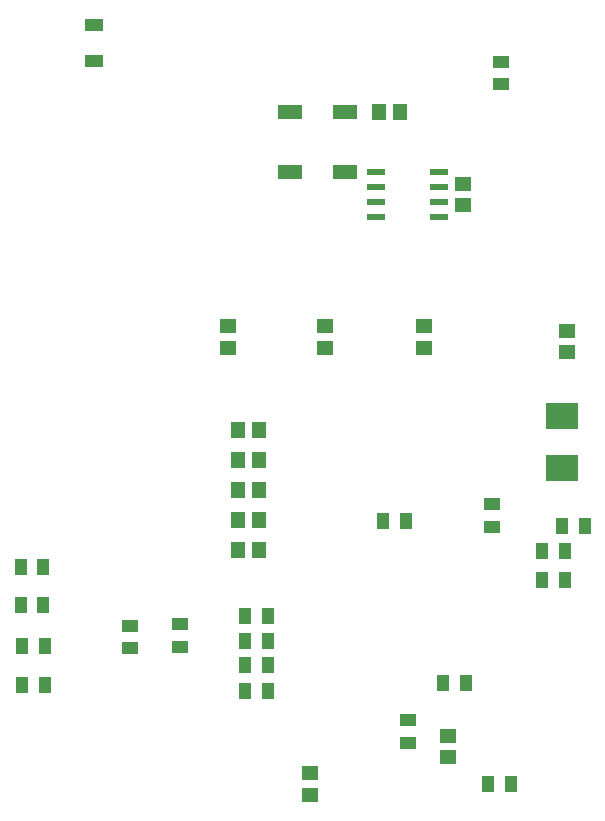
<source format=gbp>
%FSTAX23Y23*%
%MOIN*%
%SFA1B1*%

%IPPOS*%
%ADD16R,0.041340X0.055120*%
%ADD17R,0.055120X0.041340*%
%ADD73R,0.057090X0.045280*%
%ADD74R,0.082680X0.051180*%
%ADD75R,0.045280X0.057090*%
%ADD76R,0.107990X0.085000*%
%ADD77R,0.062990X0.039370*%
%ADD78R,0.059060X0.023620*%
%LNmotor_unit_rev_3-1*%
%LPD*%
G54D16*
X01867Y00795D03*
X01792D03*
X01867Y0089D03*
X01792D03*
X01462Y0045D03*
X01537D03*
X01337Y0099D03*
X01262D03*
X01934Y00975D03*
X0186D03*
X00802Y00675D03*
X00877D03*
X00802Y0059D03*
X00877D03*
X00802Y0051D03*
X00877D03*
X00802Y00425D03*
X00877D03*
X01612Y00115D03*
X01687D03*
X00134Y00443D03*
X00059D03*
X00134Y00573D03*
X00059D03*
X00129Y0071D03*
X00054D03*
X00129Y00838D03*
X00054D03*
G54D17*
X01655Y02522D03*
Y02447D03*
X01625Y01047D03*
Y00972D03*
X00585Y00572D03*
Y00647D03*
X0042Y00567D03*
Y00642D03*
X01345Y00327D03*
Y00252D03*
G54D73*
X01875Y01625D03*
Y01554D03*
X014Y01569D03*
Y0164D03*
X0107Y01569D03*
Y0164D03*
X00745Y01569D03*
Y0164D03*
X0153Y02044D03*
Y02115D03*
X0102Y0015D03*
Y00079D03*
X0148Y00275D03*
Y00204D03*
G54D74*
X01135Y02355D03*
Y02155D03*
X00953D03*
Y02355D03*
G54D75*
X0132Y02355D03*
X01249D03*
X00779Y01295D03*
X0085D03*
Y01195D03*
X00779D03*
X0085Y01095D03*
X00779D03*
X0085Y00995D03*
X00779D03*
X0085Y00895D03*
X00779D03*
G54D76*
X01858Y01342D03*
Y01167D03*
G54D77*
X003Y02644D03*
Y02525D03*
G54D78*
X01449Y02155D03*
Y02105D03*
Y02055D03*
Y02005D03*
X0124D03*
Y02055D03*
Y02105D03*
Y02155D03*
M02*
</source>
